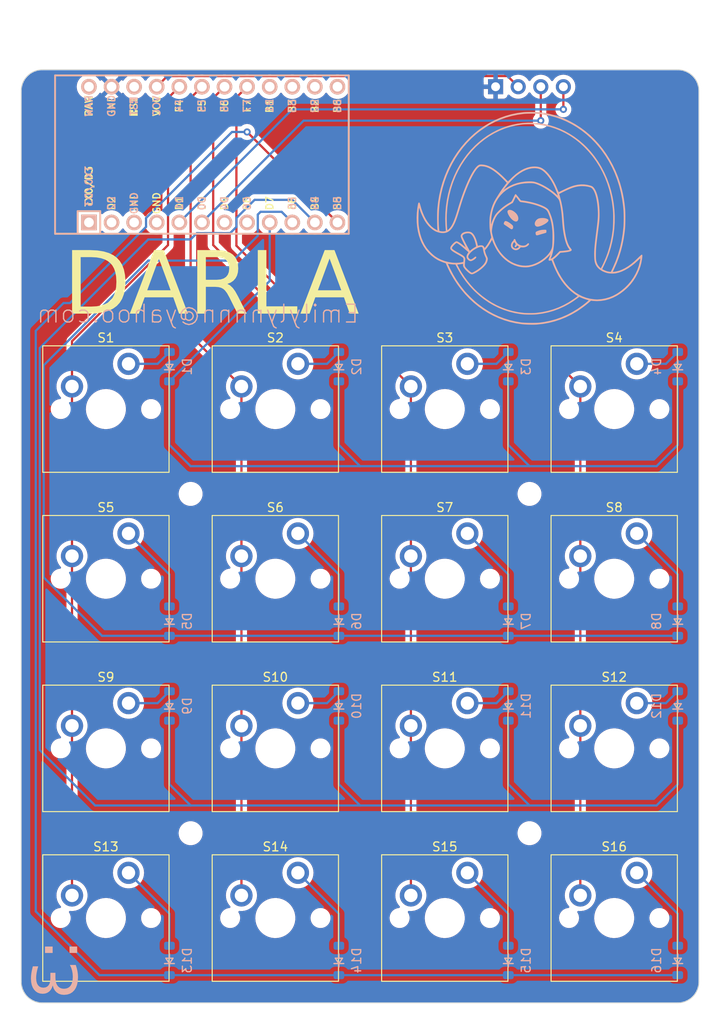
<source format=kicad_pcb>
(kicad_pcb (version 20221018) (generator pcbnew)
  (layers (0 "F.Cu" signal) (31 "B.Cu" signal) (34 "B.Paste" user) (35 "F.Paste" user) (36 "B.SilkS" user "B.Silkscreen") (37 "F.SilkS" user "F.Silkscreen") (38 "B.Mask" user) (39 "F.Mask" user) (44 "Edge.Cuts" user))
  (net 0 "")
  (net 1 "Row 0")
  (net 2 "Net-(D1-A)")
  (net 3 "Net-(D2-A)")
  (net 4 "Net-(D3-A)")
  (net 5 "Net-(D4-A)")
  (net 6 "Row 1")
  (net 7 "Net-(D5-A)")
  (net 8 "Net-(D6-A)")
  (net 9 "Net-(D7-A)")
  (net 10 "Net-(D8-A)")
  (net 11 "Row 2")
  (net 12 "Net-(D9-A)")
  (net 13 "Net-(D10-A)")
  (net 14 "Net-(D11-A)")
  (net 15 "Net-(D12-A)")
  (net 16 "Row 3")
  (net 17 "Net-(D13-A)")
  (net 18 "Net-(D14-A)")
  (net 19 "Net-(D15-A)")
  (net 20 "Net-(D16-A)")
  (net 21 "Column 0")
  (net 22 "Column 1")
  (net 23 "Column 2")
  (net 24 "Column 3")
  (net 33 "GND")
  (net 34 "VCC")
  (net 35 "SCL")
  (net 36 "SDA")
  (footprint "ScottoKeebs_MX:MX_PCB_1.00u" (layer "F.Cu") (at 137.45 69.35)
    (fp_text reference "S3" (at 0 -8) (layer "F.SilkS"))
    (fp_text value "Keyswitch")
    (pad "" np_thru_hole circle (at -5.08 0) (size 1.75 1.75) (drill 1.75) (layers "*.Cu" "*.Mask"))
    (pad "" np_thru_hole circle (at 0 0) (size 4 4) (drill 4) (layers "*.Cu" "*.Mask"))
    (pad "" np_thru_hole circle (at 5.08 0) (size 1.75 1.75) (drill 1.75) (layers "*.Cu" "*.Mask"))
    (pad "1" thru_hole circle (at -3.81 -2.54) (size 2.5 2.5) (drill 1.5) (layers "*.Cu" "*.Mask") (net 23 "Column 2"))
    (pad "2" thru_hole circle (at 2.54 -5.08) (size 2.5 2.5) (drill 1.5) (layers "*.Cu" "*.Mask") (net 4 "Net-(D3-A)"))
  )
  (footprint "ScottoKeebs_MX:MX_PCB_1.00u" (layer "F.Cu") (at 156.5 107.45)
    (fp_text reference "S12" (at 0 -8) (layer "F.SilkS"))
    (fp_text value "Keyswitch")
    (pad "" np_thru_hole circle (at -5.08 0) (size 1.75 1.75) (drill 1.75) (layers "*.Cu" "*.Mask"))
    (pad "" np_thru_hole circle (at 0 0) (size 4 4) (drill 4) (layers "*.Cu" "*.Mask"))
    (pad "" np_thru_hole circle (at 5.08 0) (size 1.75 1.75) (drill 1.75) (layers "*.Cu" "*.Mask"))
    (pad "1" thru_hole circle (at -3.81 -2.54) (size 2.5 2.5) (drill 1.5) (layers "*.Cu" "*.Mask") (net 24 "Column 3"))
    (pad "2" thru_hole circle (at 2.54 -5.08) (size 2.5 2.5) (drill 1.5) (layers "*.Cu" "*.Mask") (net 15 "Net-(D12-A)"))
  )
  (footprint "ScottoKeebs_MX:MX_PCB_1.00u" (layer "F.Cu") (at 99.35 107.45)
    (fp_text reference "S9" (at 0 -8) (layer "F.SilkS"))
    (fp_text value "Keyswitch")
    (pad "" np_thru_hole circle (at -5.08 0) (size 1.75 1.75) (drill 1.75) (layers "*.Cu" "*.Mask"))
    (pad "" np_thru_hole circle (at 0 0) (size 4 4) (drill 4) (layers "*.Cu" "*.Mask"))
    (pad "" np_thru_hole circle (at 5.08 0) (size 1.75 1.75) (drill 1.75) (layers "*.Cu" "*.Mask"))
    (pad "1" thru_hole circle (at -3.81 -2.54) (size 2.5 2.5) (drill 1.5) (layers "*.Cu" "*.Mask") (net 21 "Column 0"))
    (pad "2" thru_hole circle (at 2.54 -5.08) (size 2.5 2.5) (drill 1.5) (layers "*.Cu" "*.Mask") (net 12 "Net-(D9-A)"))
  )
  (footprint "MountingHole:MountingHole_2.2mm_M2" (layer "F.Cu") (at 146.975 116.975)
    (fp_text reference "REF**" hide)
    (fp_text value "MountingHole_2.2mm_M2")
    (pad "" np_thru_hole circle (at 0 0) (size 2.2 2.2) (drill 2.2) (layers "F&B.Cu" "*.Mask"))
  )
  (footprint "ScottoKeebs_MX:MX_PCB_1.00u" (layer "F.Cu") (at 156.5 126.5)
    (fp_text reference "S16" (at 0 -8) (layer "F.SilkS"))
    (fp_text value "Keyswitch")
    (pad "" np_thru_hole circle (at -5.08 0) (size 1.75 1.75) (drill 1.75) (layers "*.Cu" "*.Mask"))
    (pad "" np_thru_hole circle (at 0 0) (size 4 4) (drill 4) (layers "*.Cu" "*.Mask"))
    (pad "" np_thru_hole circle (at 5.08 0) (size 1.75 1.75) (drill 1.75) (layers "*.Cu" "*.Mask"))
    (pad "1" thru_hole circle (at -3.81 -2.54) (size 2.5 2.5) (drill 1.5) (layers "*.Cu" "*.Mask") (net 24 "Column 3"))
    (pad "2" thru_hole circle (at 2.54 -5.08) (size 2.5 2.5) (drill 1.5) (layers "*.Cu" "*.Mask") (net 20 "Net-(D16-A)"))
  )
  (footprint "ScottoKeebs_MX:MX_PCB_1.00u" (layer "F.Cu") (at 137.45 88.4)
    (fp_text reference "S7" (at 0 -8) (layer "F.SilkS"))
    (fp_text value "Keyswitch")
    (pad "" np_thru_hole circle (at -5.08 0) (size 1.75 1.75) (drill 1.75) (layers "*.Cu" "*.Mask"))
    (pad "" np_thru_hole circle (at 0 0) (size 4 4) (drill 4) (layers "*.Cu" "*.Mask"))
    (pad "" np_thru_hole circle (at 5.08 0) (size 1.75 1.75) (drill 1.75) (layers "*.Cu" "*.Mask"))
    (pad "1" thru_hole circle (at -3.81 -2.54) (size 2.5 2.5) (drill 1.5) (layers "*.Cu" "*.Mask") (net 23 "Column 2"))
    (pad "2" thru_hole circle (at 2.54 -5.08) (size 2.5 2.5) (drill 1.5) (layers "*.Cu" "*.Mask") (net 9 "Net-(D7-A)"))
  )
  (footprint "ScottoKeebs_MX:MX_PCB_1.00u" (layer "F.Cu") (at 118.4 69.35)
    (fp_text reference "S2" (at 0 -8) (layer "F.SilkS"))
    (fp_text value "Keyswitch")
    (pad "" np_thru_hole circle (at -5.08 0) (size 1.75 1.75) (drill 1.75) (layers "*.Cu" "*.Mask"))
    (pad "" np_thru_hole circle (at 0 0) (size 4 4) (drill 4) (layers "*.Cu" "*.Mask"))
    (pad "" np_thru_hole circle (at 5.08 0) (size 1.75 1.75) (drill 1.75) (layers "*.Cu" "*.Mask"))
    (pad "1" thru_hole circle (at -3.81 -2.54) (size 2.5 2.5) (drill 1.5) (layers "*.Cu" "*.Mask") (net 22 "Column 1"))
    (pad "2" thru_hole circle (at 2.54 -5.08) (size 2.5 2.5) (drill 1.5) (layers "*.Cu" "*.Mask") (net 3 "Net-(D2-A)"))
  )
  (footprint "ScottoKeebs_MX:MX_PCB_1.00u" (layer "F.Cu") (at 137.45 126.5)
    (fp_text reference "S15" (at 0 -8) (layer "F.SilkS"))
    (fp_text value "Keyswitch")
    (pad "" np_thru_hole circle (at -5.08 0) (size 1.75 1.75) (drill 1.75) (layers "*.Cu" "*.Mask"))
    (pad "" np_thru_hole circle (at 0 0) (size 4 4) (drill 4) (layers "*.Cu" "*.Mask"))
    (pad "" np_thru_hole circle (at 5.08 0) (size 1.75 1.75) (drill 1.75) (layers "*.Cu" "*.Mask"))
    (pad "1" thru_hole circle (at -3.81 -2.54) (size 2.5 2.5) (drill 1.5) (layers "*.Cu" "*.Mask") (net 23 "Column 2"))
    (pad "2" thru_hole circle (at 2.54 -5.08) (size 2.5 2.5) (drill 1.5) (layers "*.Cu" "*.Mask") (net 19 "Net-(D15-A)"))
  )
  (footprint "MountingHole:MountingHole_2.2mm_M2" (layer "F.Cu") (at 108.875 78.875)
    (fp_text reference "REF**" hide)
    (fp_text value "MountingHole_2.2mm_M2")
    (pad "" np_thru_hole circle (at 0 0) (size 2.2 2.2) (drill 2.2) (layers "*.Cu" "*.Mask"))
  )
  (footprint "ScottoKeebs_MX:MX_PCB_1.00u" (layer "F.Cu") (at 118.4 126.5)
    (fp_text reference "S14" (at 0 -8) (layer "F.SilkS"))
    (fp_text value "Keyswitch")
    (pad "" np_thru_hole circle (at -5.08 0) (size 1.75 1.75) (drill 1.75) (layers "*.Cu" "*.Mask"))
    (pad "" np_thru_hole circle (at 0 0) (size 4 4) (drill 4) (layers "*.Cu" "*.Mask"))
    (pad "" np_thru_hole circle (at 5.08 0) (size 1.75 1.75) (drill 1.75) (layers "*.Cu" "*.Mask"))
    (pad "1" thru_hole circle (at -3.81 -2.54) (size 2.5 2.5) (drill 1.5) (layers "*.Cu" "*.Mask") (net 22 "Column 1"))
    (pad "2" thru_hole circle (at 2.54 -5.08) (size 2.5 2.5) (drill 1.5) (layers "*.Cu" "*.Mask") (net 18 "Net-(D14-A)"))
  )
  (footprint "ScottoKeebs_MCU:Arduino_Pro_Micro" (layer "F.Cu") (at 111.415 40.775 90)
    (fp_text reference "U1" hide)
    (fp_text value "Arduino_Pro_Micro" hide)
    (fp_text user "D0" (at -5.461 -1.27 90) (layer "B.SilkS") (effects (font (size 0.8 0.8)) (justify mirror)))
    (fp_text user "B2" (at 5.461 11.43 90) (layer "B.SilkS") (effects (font (size 0.8 0.8)) (justify mirror)))
    (fp_text user "RAW" (at 5.461 -13.97 90) (layer "B.SilkS") (effects (font (size 0.8 0.8)) (justify mirror)))
    (fp_text user "B3" (at 5.461 8.89 90) (layer "B.SilkS") (effects (font (size 0.8 0.8)) (justify mirror)))
    (fp_text user "F4" (at 5.461 -3.81 90) (layer "B.SilkS") (effects (font (size 0.8 0.8)) (justify mirror)))
    (fp_text user "GND" (at 5.461 -11.43 90) (layer "B.SilkS") (effects (font (size 0.8 0.8)) (justify mirror)))
    (fp_text user "F6" (at 5.461 1.27 90) (layer "B.SilkS") (effects (font (size 0.8 0.8)) (justify mirror)))
    (fp_text user "D2" (at -5.461 -11.43 90) (layer "B.SilkS") (effects (font (size 0.8 0.8)) (justify mirror)))
    (fp_text user "D1" (at -5.461 -3.81 90) (layer "B.SilkS") (effects (font (size 0.8 0.8)) (justify mirror)))
    (fp_text user "F5" (at 5.461 -1.27 90) (layer "B.SilkS") (effects (font (size 0.8 0.8)) (justify mirror)))
    (fp_text user "VCC" (at 5.461 -6.35 90) (layer "B.SilkS") (effects (font (size 0.8 0.8)) (justify mirror)))
    (fp_text user "B5" (at -5.461 13.97 90) (layer "B.SilkS") (effects (font (size 0.8 0.8)) (justify mirror)))
    (fp_text user "E6" (at -5.461 8.89 90) (layer "B.SilkS") (effects (font (size 0.8 0.8)) (justify mirror)))
    (fp_text user "B1" (at 5.461 6.35 90) (layer "B.SilkS") (effects (font (size 0.8 0.8)) (justify mirror)))
    (fp_text user "B4" (at -5.461 11.43 90) (layer "B.SilkS") (effects (font (size 0.8 0.8)) (justify mirror)))
    (fp_text user "TX0/D3" (at -3.571872 -13.97 90) (layer "B.SilkS") (effects (font (size 0.8 0.8)) (justify mirror)))
    (fp_text user "F7" (at 5.461 3.81 90) (layer "B.SilkS") (effects (font (size 0.8 0.8)) (justify mirror)))
    (fp_text user "B6" (at 5.461 13.97 90) (layer "B.SilkS") (effects (font (size 0.8 0.8)) (justify mirror)))
    (fp_text user "GND" (at -5.461 -8.89 90) (layer "B.SilkS") (effects (font (size 0.8 0.8)) (justify mirror)))
    (fp_text user "ST" (at 5.04 -8.91 90) (layer "B.SilkS") (effects (font (size 0.8 0.8)) (justify mirror)))
    (fp_text user "C6" (at -5.461 3.81 90) (layer "B.SilkS") (effects (font (size 0.8 0.8)) (justify mirror)))
    (fp_text user "D4" (at -5.461 1.27 90) (layer "B.SilkS") (effects (font (size 0.8 0.8)) (justify mirror)))
    (fp_text user "D1" (at -5.461 -3.81 90) (layer "F.SilkS") (effects (font (size 0.8 0.8))))
    (fp_text user "D0" (at -5.461 -1.27 90) (layer "F.SilkS") (effects (font (size 0.8 0.8))))
    (fp_text user "B5" (at -5.461 13.97 90) (layer "F.SilkS") (effects (font (size 0.8 0.8))))
    (fp_text user "C6" (at -5.461 3.81 90) (layer "F.SilkS") (effects (font (size 0.8 0.8))))
    (fp_text user "B4" (at -5.461 11.43 90) (layer "F.SilkS") (effects (font (size 0.8 0.8))))
    (fp_text user "B3" (at 5.461 8.89 90) (layer "F.SilkS") (effects (font (size 0.8 0.8))))
    (fp_text user "B6" (at 5.461 13.97 90) (layer "F.SilkS") (effects (font (size 0.8 0.8))))
    (fp_text user "GND" (at -5.461 -8.89 90) (layer "F.SilkS") (effects (font (size 0.8 0.8))))
    (fp_text user "F4" (at 5.461 -3.81 90) (layer "F.SilkS") (effects (font (size 0.8 0.8))))
    (fp_text user "D7" (at -5.461 6.35 90) (layer "F.SilkS") (effects (font (size 0.8 0.8))))
    (fp_text user "D2" (at -5.461 -11.43 90) (layer "F.SilkS") (effects (font (size 0.8 0.8))))
    (fp_text user "TX0/D3" (at -3.571872 -13.97 90) (layer "F.SilkS") (effects (font (size 0.8 0.8))))
    (fp_text user "RAW" (at 5.461 -13.97 90) (layer "F.SilkS") (effects (font (size 0.8 0.8))))
    (fp_text user "F6" (at 5.461 1.27 90) (layer "F.SilkS") (effects (font (size 0.8 0.8))))
    (fp_text user "VCC" (at 5.461 -6.35 90) (layer "F.SilkS") (effects (font (size 0.8 0.8))))
    (fp_text user "F7" (at 5.461 3.81 90) (layer "F.SilkS") (effects (font (size 0.8 0.8))))
    (fp_text user "E6" (at -5.461 8.89 90) (layer "F.SilkS") (effects (font (size 0.8 0.8))))
    (fp_text user "B1" (at 5.461 6.35 90) (layer "F.SilkS") (effects (font (size 0.8 0.8))))
    (fp_text user "F5" (at 5.461 -1.27 90) (layer "F.SilkS") (effects (font (size 0.8 0.8))))
    (fp_text user "B2" (at 5.461 11.43 90) (layer "F.SilkS") (effects (font (size 0.8 0.8))))
    (fp_text user "D4" (at -5.461 1.27 90) (layer "F.SilkS") (effects (font (size 0.8 0.8))))
    (fp_text user "ST" (at 5.73312 -8.92 90) (layer "F.SilkS") (effects (font (size 0.8 0.8))))
    (fp_text user "GND" (at -5.461 -6.35 90) (layer "F.SilkS") (effects (font (size 0.8 0.8))))
    (fp_text user "GND" (at 5.461 -11.43 90) (layer "F.SilkS") (effects (font (size 0.8 0.8))))
    (pad "1" thru_hole rect (at -7.62 -13.97) (size 1.7526 1.7526) (drill 1.0922) (layers "*.Cu" "*.SilkS" "*.Mask"))
    (pad "2" thru_hole circle (at -7.62 -11.43) (size 1.7526 1.7526) (drill 1.0922) (layers "*.Cu" "*.SilkS" "*.Mask"))
    (pad "3" thru_hole circle (at -7.62 -8.89) (size 1.7526 1.7526) (drill 1.0922) (layers "*.Cu" "*.SilkS" "*.Mask"))
    (pad "4" thru_hole circle (at -7.62 -6.35) (size 1.7526 1.7526) (drill 1.0922) (layers "*.Cu" "*.SilkS" "*.Mask"))
    (pad "5" thru_hole circle (at -7.62 -3.81) (size 1.7526 1.7526) (drill 1.0922) (layers "*.Cu" "*.SilkS" "*.Mask") (net 36 "SDA"))
    (pad "6" thru_hole circle (at -7.62 -1.27) (size 1.7526 1.7526) (drill 1.0922) (layers "*.Cu" "*.SilkS" "*.Mask") (net 35 "SCL"))
    (pad "7" thru_hole circle (at -7.62 1.27) (size 1.7526 1.7526) (drill 1.0922) (layers "*.Cu" "*.SilkS" "*.Mask"))
    (pad "8" thru_hole circle (at -7.62 3.81) (size 1.7526 1.7526) (drill 1.0922) (layers "*.Cu" "*.SilkS" "*.Mask"))
    (pad "9" thru_hole circle (at -7.62 6.35) (size 1.7526 1.7526) (drill 1.0922) (layers "*.Cu" "*.SilkS" "*.Mask") (net 1 "Row 0"))
    (pad "10" thru_hole circle (at -7.62 8.89) (size 1.7526 1.7526) (drill 1.0922) (layers "*.Cu" "*.SilkS" "*.Mask") (net 6 "Row 1"))
    (pad "11" thru_hole circle (at -7.62 11.43) (size 1.7526 1.7526) (drill 1.0922) (layers "*.Cu" "*.SilkS" "*.Mask") (net 11 "Row 2"))
    (pad "12" thru_hole circle (at -7.62 13.97) (size 1.7526 1.7526) (drill 1.0922) (layers "*.Cu" "*.SilkS" "*.Mask") (net 16 "Row 3"))
    (pad "13" thru_hole circle (at 7.62 13.97) (size 1.7526 1.7526) (drill 1.0922) (layers "*.Cu" "*.SilkS" "*.Mask"))
    (pad "14" thru_hole circle (at 7.62 11.43) (size 1.7526 1.7526) (drill 1.0922) (layers "*.Cu" "*.SilkS" "*.Mask"))
    (pad "15" thru_hole circle (at 7.62 8.89) (size 1.7526 1.7526) (drill 1.0922) (layers "*.Cu" "*.SilkS" "*.Mask"))
    (pad "16" thru_hole circle (at 7.62 6.35) (size 1.7526 1.7526) (drill 1.0922) (layers "*.Cu" "*.SilkS" "*.Mask"))
    (pad "17" thru_hole circle (at 7.62 3.81) (size 1.7526 1.7526) (drill 1.0922) (layers "*.Cu" "*.SilkS" "*.Mask") (net 24 "Column 3"))
    (pad "18" thru_hole circle (at 7.62 1.27) (size 1.7526 1.7526) (drill 1.0922) (layers "*.Cu" "*.SilkS" "*.Mask") (net 23 "Column 2"))
    (pad "19" thru_hole circle (at 7.62 -1.27) (size 1.7526 1.7526) (drill 1.0922) (layers "*.Cu" "*.SilkS" "*.Mask") (net 22 "Column 1"))
    (pad "20" thru_hole circle (at 7.62 -3.81) (size 1.7526 1.7526) (drill 1.0922) (layers "*.Cu" "*.SilkS" "*.Mask") (net 21 "Column 0"))
    (pad "21" thru_hole circle (at 7.62 -6.35) (size 1.7526 1.7526) (drill 1.0922) (layers "*.Cu" "*.SilkS" "*.Mask") (net 34 "VCC"))
    (pad "22" thru_hole circle (at 7.62 -8.89) (size 1.7526 1.7526) (drill 1.0922) (layers "*.Cu" "*.SilkS" "*.Mask"))
    (pad "23" thru_hole circle (at 7.62 -11.43) (size 1.7526 1.7526) (drill 1.0922) (layers "*.Cu" "*.SilkS" "*.Mask") (net 33 "GND"))
    (pad "24" thru_hole circle (at 7.62 -13.97) (size 1.7526 1.7526) (drill 1.0922) (layers "*.Cu" "*.SilkS" "*.Mask"))
  )
  (footprint "ScottoKeebs_MX:MX_PCB_1.00u" (layer "F.Cu") (at 137.45 107.45)
    (fp_text reference "S11" (at 0 -8) (layer "F.SilkS"))
    (fp_text value "Keyswitch")
    (pad "" np_thru_hole circle (at -5.08 0) (size 1.75 1.75) (drill 1.75) (layers "*.Cu" "*.Mask"))
    (pad "" np_thru_hole circle (at 0 0) (size 4 4) (drill 4) (layers "*.Cu" "*.Mask"))
    (pad "" np_thru_hole circle (at 5.08 0) (size 1.75 1.75) (drill 1.75) (layers "*.Cu" "*.Mask"))
    (pad "1" thru_hole circle (at -3.81 -2.54) (size 2.5 2.5) (drill 1.5) (layers "*.Cu" "*.Mask") (net 23 "Column 2"))
    (pad "2" thru_hole circle (at 2.54 -5.08) (size 2.5 2.5) (drill 1.5) (layers "*.Cu" "*.Mask") (net 14 "Net-(D11-A)"))
  )
  (footprint "MountingHole:MountingHole_2.2mm_M2" (layer "F.Cu") (at 108.875 116.975)
    (fp_text reference "REF**" hide)
    (fp_text value "MountingHole_2.2mm_M2")
    (pad "" np_thru_hole circle (at 0 0) (size 2.2 2.2) (drill 2.2) (layers "*.Cu" "*.Mask"))
  )
  (footprint "ScottoKeebs_MX:MX_PCB_1.00u" (layer "F.Cu") (at 99.35 126.5)
    (fp_text reference "S13" (at 0 -8) (layer "F.SilkS"))
    (fp_text value "Keyswitch")
    (pad "" np_thru_hole circle (at -5.08 0) (size 1.75 1.75) (drill 1.75) (layers "*.Cu" "*.Mask"))
    (pad "" np_thru_hole circle (at 0 0) (size 4 4) (drill 4) (layers "*.Cu" "*.Mask"))
    (pad "" np_thru_hole circle (at 5.08 0) (size 1.75 1.75) (drill 1.75) (layers "*.Cu" "*.Mask"))
    (pad "1" thru_hole circle (at -3.81 -2.54) (size 2.5 2.5) (drill 1.5) (layers "*.Cu" "*.Mask") (net 21 "Column 0"))
    (pad "2" thru_hole circle (at 2.54 -5.08) (size 2.5 2.5) (drill 1.5) (layers "*.Cu" "*.Mask") (net 17 "Net-(D13-A)"))
  )
  (footprint "ScottoKeebs_Components:OLED_128x64" (layer "F.Cu") (at 146.975 33.155)
    (fp_text reference "J1" hide)
    (fp_text value "OLED_128x64")
    (pad "1" thru_hole rect (at -3.81 0 90) (size 1.7 1.7) (drill 1) (layers "*.Cu" "*.Mask") (net 33 "GND"))
    (pad "2" thru_hole oval (at -1.27 0 90) (size 1.7 1.7) (drill 1) (layers "*.Cu" "*.Mask") (net 34 "VCC"))
    (pad "3" thru_hole oval (at 1.27 0 90) (size 1.7 1.7) (drill 1) (layers "*.Cu" "*.Mask") (net 35 "SCL"))
    (pad "4" thru_hole oval (at 3.81 0 90) (size 1.7 1.7) (drill 1) (layers "*.Cu" "*.Mask") (net 36 "SDA"))
  )
  (footprint "ScottoKeebs_MX:MX_PCB_1.00u" (layer "F.Cu") (at 156.5 69.35)
    (fp_text reference "S4" (at 0 -8) (layer "F.SilkS"))
    (fp_text value "Keyswitch")
    (pad "" np_thru_hole circle (at -5.08 0) (size 1.75 1.75) (drill 1.75) (layers "*.Cu" "*.Mask"))
    (pad "" np_thru_hole circle (at 0 0) (size 4 4) (drill 4) (layers "*.Cu" "*.Mask"))
    (pad "" np_thru_hole circle (at 5.08 0) (size 1.75 1.75) (drill 1.75) (layers "*.Cu" "*.Mask"))
    (pad "1" thru_hole circle (at -3.81 -2.54) (size 2.5 2.5) (drill 1.5) (layers "*.Cu" "*.Mask") (net 24 "Column 3"))
    (pad "2" thru_hole circle (at 2.54 -5.08) (size 2.5 2.5) (drill 1.5) (layers "*.Cu" "*.Mask") (net 5 "Net-(D4-A)"))
  )
  (footprint "ScottoKeebs_MX:MX_PCB_1.00u" (layer "F.Cu") (at 99.35 88.4)
    (fp_text reference "S5" (at 0 -8) (layer "F.SilkS"))
    (fp_text value "Keyswitch")
    (pad "" np_thru_hole circle (at -5.08 0) (size 1.75 1.75) (drill 1.75) (layers "*.Cu" "*.Mask"))
    (pad "" np_thru_hole circle (at 0 0) (size 4 4) (drill 4) (layers "*.Cu" "*.Mask"))
    (pad "" np_thru_hole circle (at 5.08 0) (size 1.75 1.75) (drill 1.75) (layers "*.Cu" "*.Mask"))
    (pad "1" thru_hole circle (at -3.81 -2.54) (size 2.5 2.5) (drill 1.5) (layers "*.Cu" "*.Mask") (net 21 "Column 0"))
    (pad "2" thru_hole circle (at 2.54 -5.08) (size 2.5 2.5) (drill 1.5) (layers "*.Cu" "*.Mask") (net 7 "Net-(D5-A)"))
  )
  (footprint "ScottoKeebs_MX:MX_PCB_1.00u" (layer "F.Cu") (at 118.4 88.4)
    (fp_text reference "S6" (at 0 -8) (layer "F.SilkS"))
    (fp_text value "Keyswitch")
    (pad "" np_thru_hole circle (at -5.08 0) (size 1.75 1.75) (drill 1.75) (layers "*.Cu" "*.Mask"))
    (pad "" np_thru_hole circle (at 0 0) (size 4 4) (drill 4) (layers "*.Cu" "*.Mask"))
    (pad "" np_thru_hole circle (at 5.08 0) (size 1.75 1.75) (drill 1.75) (layers "*.Cu" "*.Mask"))
    (pad "1" thru_hole circle (at -3.81 -2.54) (size 2.5 2.5) (drill 1.5) (layers "*.Cu" "*.Mask") (net 22 "Column 1"))
    (pad "2" thru_hole circle (at 2.54 -5.08) (size 2.5 2.5) (drill 1.5) (layers "*.Cu" "*.Mask") (net 8 "Net-(D6-A)"))
  )
  (footprint "ScottoKeebs_MX:MX_PCB_1.00u" (layer "F.Cu") (at 156.5 88.4)
    (fp_text reference "S8" (at 0 -8) (layer "F.SilkS"))
    (fp_text value "Keyswitch")
    (pad "" np_thru_hole circle (at -5.08 0) (size 1.75 1.75) (drill 1.75) (layers "*.Cu" "*.Mask"))
    (pad "" np_thru_hole circle (at 0 0) (size 4 4) (drill 4) (layers "*.Cu" "*.Mask"))
    (pad "" np_thru_hole circle (at 5.08 0) (size 1.75 1.75) (drill 1.75) (layers "*.Cu" "*.Mask"))
    (pad "1" thru_hole circle (at -3.81 -2.54) (size 2.5 2.5) (drill 1.5) (layers "*.Cu" "*.Mask") (net 24 "Column 3"))
    (pad "2" thru_hole circle (at 2.54 -5.08) (size 2.5 2.5) (drill 1.5) (layers "*.Cu" "*.Mask") (net 10 "Net-(D8-A)"))
  )
  (footprint "ScottoKeebs_MX:MX_PCB_1.00u" (layer "F.Cu") (at 118.4 107.45)
    (fp_text reference "S10" (at 0 -8) (layer "F.SilkS"))
    (fp_text value "Keyswitch")
    (pad "" np_thru_hole circle (at -5.08 0) (size 1.75 1.75) (drill 1.75) (layers "*.Cu" "*.Mask"))
    (pad "" np_thru_hole circle (at 0 0) (size 4 4) (drill 4) (layers "*.Cu" "*.Mask"))
    (pad "" np_thru_hole circle (at 5.08 0) (size 1.75 1.75) (drill 1.75) (layers "*.Cu" "*.Mask"))
    (pad "1" thru_hole circle (at -3.81 -2.54) (size 2.5 2.5) (drill 1.5) (layers "*.Cu" "*.Mask") (net 22 "Column 1"))
    (pad "2" thru_hole circle (at 2.54 -5.08) (size 2.5 2.5) (drill 1.5) (layers "*.Cu" "*.Mask") (net 13 "Net-(D10-A)"))
  )
  (footprint "ScottoKeebs_MX:MX_PCB_1.00u" (layer "F.Cu") (at 99.35 69.35)
    (fp_text reference "S1" (at 0 -8) (layer "F.SilkS"))
    (fp_text value "Keyswitch")
    (pad "" np_thru_hole circle (at -5.08 0) (size 1.75 1.75) (drill 1.75) (layers "*.Cu" "*.Mask"))
    (pad "" np_thru_hole circle (at 0 0) (size 4 4) (drill 4) (layers "*.Cu" "*.Mask"))
    (pad "" np_thru_hole circle (at 5.08 0) (size 1.75 1.75) (drill 1.75) (layers "*.Cu" "*.Mask"))
    (pad "1" thru_hole circle (at -3.81 -2.54) (size 2.5 2.5) (drill 1.5) (layers "*.Cu" "*.Mask") (net 21 "Column 0"))
    (pad "2" thru_hole circle (at 2.54 -5.08) (size 2.5 2.5) (drill 1.5) (layers "*.Cu" "*.Mask") (net 2 "Net-(D1-A)"))
  )
  (footprint "MountingHole:MountingHole_2.2mm_M2" (layer "F.Cu") (at 146.975 78.875)
    (fp_text reference "REF**" hide)
    (fp_text value "MountingHole_2.2mm_M2")
    (pad "" np_thru_hole circle (at 0 0) (size 2.2 2.2) (drill 2.2) (layers "*.Cu" "*.Mask"))
  )
  (footprint "ScottoKeebs_Components:Diode_SOD-123" (layer "B.Cu") (at 163.64375 93.1625 90)
    (fp_text reference "D8" (at 0 -2.38125 90) (layer "B.SilkS") (effects (justify mirror)))
    (fp_text value "Diode")
    (pad "1" smd roundrect (at -1.65 0 90) (size 0.9 1.2) (layers "B.Cu" "B.Paste" "B.Mask") (net 6 "Row 1"))
    (pad "2" smd roundrect (at 1.65 0 90) (size 0.9 1.2) (layers "B.Cu" "B.Paste" "B.Mask") (net 10 "Net-(D8-A)"))
  )
  (footprint "ScottoKeebs_Components:Diode_SOD-123" (layer "B.Cu") (at 163.64375 102.6875 90)
    (fp_text reference "D12" (at 0 -2.38125 90) (layer "B.SilkS") (effects (justify mirror)))
    (fp_text value "Diode")
    (pad "1" smd roundrect (at -1.65 0 90) (size 0.9 1.2) (layers "B.Cu" "B.Paste" "B.Mask") (net 11 "Row 2"))
    (pad "2" smd roundrect (at 1.65 0 90) (size 0.9 1.2) (layers "B.Cu" "B.Paste" "B.Mask") (net 15 "Net-(D12-A)"))
  )
  (footprint "ScottoKeebs_Components:Diode_SOD-123" (layer "B.Cu") (at 144.59375 64.5875 90)
    (fp_text reference "D3" (at 0 2 90) (layer "B.SilkS") (effects (justify mirror)))
    (fp_text value "Diode")
    (pad "1" smd roundrect (at -1.65 0 90) (size 0.9 1.2) (layers "B.Cu" "B.Paste" "B.Mask") (net 1 "Row 0"))
    (pad "2" smd roundrect (at 1.65 0 90) (size 0.9 1.2) (layers "B.Cu" "B.Paste" "B.Mask") (net 4 "Net-(D3-A)"))
  )
  (footprint "ScottoKeebs_Components:Diode_SOD-123" (layer "B.Cu") (at 144.59375 102.6875 90)
    (fp_text reference "D11" (at 0 2 90) (layer "B.SilkS") (effects (justify mirror)))
    (fp_text value "Diode")
    (pad "1" smd roundrect (at -1.65 0 90) (size 0.9 1.2) (layers "B.Cu" "B.Paste" "B.Mask") (net 11 "Row 2"))
    (pad "2" smd roundrect (at 1.65 0 90) (size 0.9 1.2) (layers "B.Cu" "B.Paste" "B.Mask") (net 14 "Net-(D11-A)"))
  )
  (footprint "ScottoKeebs_Components:Diode_SOD-123" (layer "B.Cu") (at 106.49375 93.1625 90)
    (fp_text reference "D5" (at 0 2 90) (layer "B.SilkS") (effects (justify mirror)))
    (fp_text value "Diode")
    (pad "1" smd roundrect (at -1.65 0 90) (size 0.9 1.2) (layers "B.Cu" "B.Paste" "B.Mask") (net 6 "Row 1"))
    (pad "2" smd roundrect (at 1.65 0 90) (size 0.9 1.2) (layers "B.Cu" "B.Paste" "B.Mask") (net 7 "Net-(D5-A)"))
  )
  (footprint "ScottoKeebs_Components:Diode_SOD-123" (layer "B.Cu") (at 144.59375 131.2625 90)
    (fp_text reference "D15" (at 0 2 90) (layer "B.SilkS") (effects (justify mirror)))
    (fp_text value "Diode")
    (pad "1" smd roundrect (at -1.65 0 90) (size 0.9 1.2) (layers "B.Cu" "B.Paste" "B.Mask") (net 16 "Row 3"))
    (pad "2" smd roundrect (at 1.65 0 90) (size 0.9 1.2) (layers "B.Cu" "B.Paste" "B.Mask") (net 19 "Net-(D15-A)"))
  )
  (footprint "ScottoKeebs_Components:Diode_SOD-123" (layer "B.Cu") (at 163.64375 131.2625 90)
    (fp_text reference "D16" (at 0 -2.38125 90) (layer "B.SilkS") (effects (justify mirror)))
    (fp_text value "Diode")
    (pad "1" smd roundrect (at -1.65 0 90) (size 0.9 1.2) (layers "B.Cu" "B.Paste" "B.Mask") (net 16 "Row 3"))
    (pad "2" smd roundrect (at 1.65 0 90) (size 0.9 1.2) (layers "B.Cu" "B.Paste" "B.Mask") (net 20 "Net-(D16-A)"))
  )
  (footprint "ScottoKeebs_Components:Diode_SOD-123" (layer "B.Cu") (at 125.54375 131.2625 90)
    (fp_text reference "D14" (at 0 2 90) (layer "B.SilkS") (effects (justify mirror)))
    (fp_text value "Diode")
    (pad "1" smd roundrect (at -1.65 0 90) (size 0.9 1.2) (layers "B.Cu" "B.Paste" "B.Mask") (net 16 "Row 3"))
    (pad "2" smd roundrect (at 1.65 0 90) (size 0.9 1.2) (layers "B.Cu" "B.Paste" "B.Mask") (net 18 "Net-(D14-A)"))
  )
  (footprint "ScottoKeebs_Components:Diode_SOD-123" (layer "B.Cu") (at 125.54375 64.5875 90)
    (fp_text reference "D2" (at 0 2 90) (layer "B.SilkS") (effects (justify mirror)))
    (fp_text value "Diode")
    (pad "1" smd roundrect (at -1.65 0 90) (size 0.9 1.2) (layers "B.Cu" "B.Paste" "B.Mask") (net 1 "Row 0"))
    (pad "2" smd roundrect (at 1.65 0 90) (size 0.9 1.2) (layers "B.Cu" "B.Paste" "B.Mask") (net 3 "Net-(D2-A)"))
  )
  (footprint "ScottoKeebs_Components:Diode_SOD-123" (layer "B.Cu") (at 144.59375 93.1625 90)
    (fp_text reference "D7" (at 0 2 90) (layer "B.SilkS") (effects (justify mirror)))
    (fp_text value "Diode")
    (pad "1" smd roundrect (at -1.65 0 90) (size 0.9 1.2) (layers "B.Cu" "B.Paste" "B.Mask") (net 6 "Row 1"))
    (pad "2" smd roundrect (at 1.65 0 90) (size 0.9 1.2) (layers "B.Cu" "B.Paste" "B.Mask") (net 9 "Net-(D7-A)"))
  )
  (footprint "ScottoKeebs_Components:Diode_SOD-123" (layer "B.Cu") (at 125.54375 102.6875 90)
    (fp_text reference "D10" (at 0 2 90) (layer "B.SilkS") (effects (justify mirror)))
    (fp_text value "Diode")
    (pad "1" smd roundrect (at -1.65 0 90) (size 0.9 1.2) (layers "B.Cu" "B.Paste" "B.Mask") (net 11 "Row 2"))
    (pad "2" smd roundrect (at 1.65 0 90) (size 0.9 1.2) (layers "B.Cu" "B.Paste" "B.Mask") (net 13 "Net-(D10-A)"))
  )
  (footprint "ScottoKeebs_Components:Diode_SOD-123" (layer "B.Cu") (at 125.54375 93.1625 90)
    (fp_text reference "D6" (at 0 2 90) (layer "B.SilkS") (effects (justify mirror)))
    (fp_text value "Diode")
    (pad "1" smd roundrect (at -1.65 0 90) (size 0.9 1.2) (layers "B.Cu" "B.Paste" "B.Mask") (net 6 "Row 1"))
    (pad "2" smd roundrect (at 1.65 0 90) (size 0.9 1.2) (layers "B.Cu" "B.Paste" "B.Mask") (net 8 "Net-(D6-A)"))
  )
  (footprint "LOGO" (layer "B.Cu") (at 146.975 47.91875 180)
    (fp_text reference "G***" hide)
    (fp_text value "LOGO" hide)
  )
  (footprint "ScottoKeebs_Components:Diode_SOD-123" (layer "B.Cu") (at 106.49375 64.5875 90)
    (fp_text reference "D1" (at 0 2 90) (layer "B.SilkS") (effects (justify mirror)))
    (fp_text value "Diode")
    (pad "1" smd roundrect (at -1.65 0 90) (size 0.9 1.2) (layers "B.Cu" "B.Paste" "B.Mask") (net 1 "Row 0"))
    (pad "2" smd roundrect (at 1.65 0 90) (size 0.9 1.2) (layers "B.Cu" "B.Paste" "B.Mask") (net 2 "Net-(D1-A)"))
  )
  (footprint "ScottoKeebs_Components:Diode_SOD-123" (layer "B.Cu") (at 106.49375 102.6875 90)
    (fp_text reference "D9" (at 0 2 90) (layer "B.SilkS") (effects (justify mirror)))
    (fp_text value "Diode")
    (pad "1" smd roundrect (at -1.65 0 90) (size 0.9 1.2) (layers "B.Cu" "B.Paste" "B.Mask") (net 11 "Row 2"))
    (pad "2" smd roundrect (at 1.65 0 90) (size 0.9 1.2) (layers "B.Cu" "B.Paste" "B.Mask") (net 12 "Net-(D9-A)"))
  )
  (footprint "ScottoKeebs_Components:Diode_SOD-123" (layer "B.Cu") (at 163.64375 64.5875 90)
    (fp_text reference "D4" (at 0 -2.38125 90) (layer "B.SilkS") (effects (justify mirror)))
    (fp_text value "Diode")
    (pad "1" smd roundrect (at -1.65 0 90) (size 0.9 1.2) (layers "B.Cu" "B.Paste" "B.Mask") (net 1 "Row 0"))
    (pad "2" smd roundrect (at 1.65 0 90) (size 0.9 1.2) (layers "B.Cu" "B.Paste" "B.Mask") (net 5 "Net-(D4-A)"))
  )
  (footprint "ScottoKeebs_Components:Diode_SOD-123" (layer "B.Cu") (at 106.49375 131.2625 90)
    (fp_text reference "D13" (at 0 2 90) (layer "B.SilkS") (effects (justify mirror)))
    (fp_text value "Diode")
    (pad "1" smd roundrect (at -1.65 0 90) (size 0.9 1.2) (layers "B.Cu" "B.Paste" "B.Mask") (net 16 "Row 3"))
    (pad "2" smd roundrect (at 1.65 0 90) (size 0.9 1.2) (layers "B.Cu" "B.Paste" "B.Mask") (net 17 "Net-(D13-A)"))
  )
  (gr_arc (start 89.825 33.63125) (mid 90.522452 31.947452) (end 92.20625 31.25) (stroke (width 0.1)) (layer "Edge.Cuts"))
  (gr_line (start 166.025 33.63125) (end 166.025 133.64375) (stroke (width 0.1)) (layer "Edge.Cuts"))
  (gr_arc (start 163.64375 31.25) (mid 165.327548 31.947452) (end 166.025 33.63125) (stroke (width 0.1)) (layer "Edge.Cuts"))
  (gr_arc (start 92.20625 136.025) (mid 90.522452 135.327548) (end 89.825 133.64375) (stroke (width 0.1)) (layer "Edge.Cuts"))
  (gr_arc (start 166.025 133.64375) (mid 165.327548 135.327548) (end 163.64375 136.025) (stroke (width 0.1)) (layer "Edge.Cuts"))
  (gr_line (start 92.20625 31.25) (end 163.64375 31.25) (stroke (width 0.1)) (layer "Edge.Cuts"))
  (gr_line (start 163.64375 136.025) (end 92.20625 136.025) (stroke (width 0.1)) (layer "Edge.Cuts"))
  (gr_line (start 89.825 133.64375) (end 89.825 33.63125) (stroke (width 0.1)) (layer "Edge.Cuts"))
  (gr_text "Emilylynnnn@yahoo.com" (at 127.925 59.825) (layer "B.SilkS") (effects (font (size 2 2)) (justify left bottom mirror)))
  (gr_text ":3" (at 96.96875 128.88125 90) (layer "B.SilkS") (effects (font (size 5 5)) (justify left bottom mirror)))
  (gr_text "DARLA" (at 94.5875 59.825) (layer "F.SilkS") (effects (font (size 7 7)) (justify left bottom)))
  (segment (start 163.64375 66.2375) (end 163.64375 73.38125) (width 0.25) (layer "B.Cu") (net 1))
  (segment (start 127.925 75.7625) (end 146.975 75.7625) (width 0.25) (layer "B.Cu") (net 1))
  (segment (start 106.49375 73.38125) (end 108.875 75.7625) (width 0.25) (layer "B.Cu") (net 1))
  (segment (start 163.64375 73.38125) (end 161.2625 75.7625) (width 0.25) (layer "B.Cu") (net 1))
  (segment (start 144.59375 66.2375) (end 144.59375 73.38125) (width 0.25) (layer "B.Cu") (net 1))
  (segment (start 111.415 75.7625) (end 127.925 75.7625) (width 0.25) (layer "B.Cu") (net 1))
  (segment (start 146.975 75.7625) (end 161.2625 75.7625) (width 0.25) (layer "B.Cu") (net 1))
  (segment (start 106.49375 66.2375) (end 117.765 54.96625) (width 0.25) (layer "B.Cu") (net 1))
  (segment (start 125.54375 73.38125) (end 127.925 75.7625) (width 0.25) (layer "B.Cu") (net 1))
  (segment (start 125.54375 66.2375) (end 125.54375 73.38125) (width 0.25) (layer "B.Cu") (net 1))
  (segment (start 108.875 75.7625) (end 111.415 75.7625) (width 0.25) (layer "B.Cu") (net 1))
  (segment (start 117.765 54.96625) (end 117.765 48.395) (width 0.25) (layer "B.Cu") (net 1))
  (segment (start 144.59375 73.38125) (end 146.975 75.7625) (width 0.25) (layer "B.Cu") (net 1))
  (segment (start 106.49375 66.2375) (end 106.49375 73.38125) (width 0.25) (layer "B.Cu") (net 1))
  (segment (start 105.16125 64.27) (end 106.49375 62.9375) (width 0.25) (layer "B.Cu") (net 2))
  (segment (start 101.89 64.27) (end 105.16125 64.27) (width 0.25) (layer "B.Cu") (net 2))
  (segment (start 120.94 64.27) (end 124.21125 64.27) (width 0.25) (layer "B.Cu") (net 3))
  (segment (start 124.21125 64.27) (end 125.54375 62.9375) (width 0.25) (layer "B.Cu") (net 3))
  (segment (start 139.99 64.27) (end 143.26125 64.27) (width 0.25) (layer "B.Cu") (net 4))
  (segment (start 143.26125 64.27) (end 144.59375 62.9375) (width 0.25) (layer "B.Cu") (net 4))
  (segment (start 162.31125 64.27) (end 163.64375 62.9375) (width 0.25) (layer "B.Cu") (net 5))
  (segment (start 159.04 64.27) (end 162.31125 64.27) (width 0.25) (layer "B.Cu") (net 5))
  (segment (start 104.1125 52.68125) (end 92.365 64.42875) (width 0.25) (layer "B.Cu") (net 6))
  (segment (start 92.365 88.262767) (end 98.914733 94.8125) (width 0.25) (layer "B.Cu") (net 6))
  (segment (start 116.739 47.1985) (end 116.4263 47.5112) (width 0.25) (layer "B.Cu") (net 6))
  (segment (start 119.1085 47.1985) (end 116.739 47.1985) (width 0.25) (layer "B.Cu") (net 6))
  (segment (start 116.4263 49.89245) (end 113.6375 52.68125) (width 0.25) (layer "B.Cu") (net 6))
  (segment (start 113.6375 52.68125) (end 104.1125 52.68125) (width 0.25) (layer "B.Cu") (net 6))
  (segment (start 92.365 64.42875) (end 92.365 88.262767) (width 0.25) (layer "B.Cu") (net 6))
  (segment (start 106.49375 94.8125) (end 163.64375 94.8125) (width 0.25) (layer "B.Cu") (net 6))
  (segment (start 116.4263 47.5112) (end 116.4263 49.89245) (width 0.25) (layer "B.Cu") (net 6))
  (segment (start 98.914733 94.8125) (end 106.49375 94.8125) (width 0.25) (layer "B.Cu") (net 6))
  (segment (start 120.305 48.395) (end 119.1085 47.1985) (width 0.25) (layer "B.Cu") (net 6))
  (segment (start 101.89 83.32) (end 106.49375 87.92375) (width 0.25) (layer "B.Cu") (net 7))
  (segment (start 106.49375 87.92375) (end 106.49375 91.5125) (width 0.25) (layer "B.Cu") (net 7))
  (segment (start 125.54375 87.92375) (end 125.54375 91.5125) (width 0.25) (layer "B.Cu") (net 8))
  (segment (start 120.94 83.32) (end 125.54375 87.92375) (width 0.25) (layer "B.Cu") (net 8))
  (segment (start 139.99 83.32) (end 144.59375 87.92375) (width 0.25) (layer "B.Cu") (net 9))
  (segment (start 144.59375 87.92375) (end 144.59375 91.5125) (width 0.25) (layer "B.Cu") (net 9))
  (segment (start 163.64375 87.92375) (end 163.64375 91.5125) (width 0.25) (layer "B.Cu") (net 10))
  (segment (start 159.04 83.32) (end 163.64375 87.92375) (width 0.25) (layer "B.Cu") (net 10))
  (segment (start 125.54375 111.48125) (end 127.925 113.8625) (width 0.25) (layer "B.Cu") (net 11))
  (segment (start 146.975 113.8625) (end 127.925 113.8625) (width 0.25) (layer "B.Cu") (net 11))
  (segment (start 104.1125 50.3) (end 91.915 62.4975) (width 0.25) (layer "B.Cu") (net 11))
  (segment (start 163.64375 104.3375) (end 163.64375 111.48125) (width 0.25) (layer "B.Cu") (net 11))
  (segment (start 106.49375 111.48125) (end 108.875 113.8625) (width 0.25) (layer "B.Cu") (net 11))
  (segment (start 113.323098 49.5915) (end 109.582104 49.5915) (width 0.25) (layer "B.Cu") (net 11))
  (segment (start 116.067802 45.855) (end 114.0237 47.899102) (width 0.25) (layer "B.Cu") (net 11))
  (segment (start 161.2625 113.8625) (end 146.975 113.8625) (width 0.25) (layer "B.Cu") (net 11))
  (segment (start 108.873604 50.3) (end 104.1125 50.3) (width 0.25) (layer "B.Cu") (net 11))
  (segment (start 144.59375 111.48125) (end 146.975 113.8625) (width 0.25) (layer "B.Cu") (net 11))
  (segment (start 109.582104 49.5915) (end 108.873604 50.3) (width 0.25) (layer "B.Cu") (net 11))
  (segment (start 125.54375 104.3375) (end 125.54375 111.48125) (width 0.25) (layer "B.Cu") (net 11))
  (segment (start 106.49375 104.3375) (end 106.49375 111.48125) (width 0.25) (layer "B.Cu") (net 11))
  (segment (start 163.64375 111.48125) (end 161.2625 113.8625) (width 0.25) (layer "B.Cu") (net 11))
  (segment (start 114.0237 47.899102) (end 114.0237 48.890898) (width 0.25) (layer "B.Cu") (net 11))
  (segment (start 122.845 48.395) (end 120.305 45.855) (width 0.25) (layer "B.Cu") (net 11))
  (segment (start 114.0237 48.890898) (end 113.323098 49.5915) (width 0.25) (layer "B.Cu") (net 11))
  (segment (start 127.925 113.8625) (end 108.875 113.8625) (width 0.25) (layer "B.Cu") (net 11))
  (segment (start 91.915 62.4975) (end 91.915 107.635) (width 0.25) (layer "B.Cu") (net 11))
  (segment (start 144.59375 104.3375) (end 144.59375 111.48125) (width 0.25) (layer "B.Cu") (net 11))
  (segment (start 98.1425 113.8625) (end 108.875 113.8625) (width 0.25) (layer "B.Cu") (net 11))
  (segment (start 91.915 107.635) (end 98.1425 113.8625) (width 0.25) (layer "B.Cu") (net 11))
  (segment (start 120.305 45.855) (end 116.067802 45.855) (width 0.25) (layer "B.Cu") (net 11))
  (segment (start 105.16125 102.37) (end 106.49375 101.0375) (width 0.25) (layer "B.Cu") (net 12))
  (segment (start 101.89 102.37) (end 105.16125 102.37) (width 0.25) (layer "B.Cu") (net 12))
  (segment (start 124.21125 102.37) (end 125.54375 101.0375) (width 0.25) (layer "B.Cu") (net 13))
  (segment (start 120.94 102.37) (end 124.21125 102.37) (width 0.25) (layer "B.Cu") (net 13))
  (segment (start 139.99 102.37) (end 143.26125 102.37) (width 0.25) (layer "B.Cu") (net 14))
  (segment (start 143.26125 102.37) (end 144.59375 101.0375) (width 0.25) (layer "B.Cu") (net 14))
  (segment (start 159.04 102.37) (end 162.31125 102.37) (width 0.25) (layer "B.Cu") (net 15))
  (segment (start 162.31125 102.37) (end 163.64375 101.0375) (width 0.25) (layer "B.Cu") (net 15))
  (segment (start 115.225 38.235) (end 125.385 48.395) (width 0.25) (layer "F.Cu") (net 16))
  (via (at 115.225 38.235) (size 0.8) (drill 0.4) (layers "F.Cu" "B.Cu") (net 16))
  (segment (start 95.310848 57.44375) (end 94.5875 57.44375) (width 0.25) (layer "B.Cu") (net 16))
  (segment (start 103.8637 48.890898) (end 95.310848 57.44375) (width 0.25) (layer "B.Cu") (net 16))
  (segment (start 94.5875 57.44375) (end 91.465 60.56625) (width 0.25) (layer "B.Cu") (net 16))
  (segment (start 91.465 60.56625) (end 91.465 125.75875) (width 0.25) (layer "B.Cu") (net 16))
  (segment (start 98.61875 132.9125) (end 106.49375 132.9125) (width 0.25) (layer "B.Cu") (net 16))
  (segment (start 106.49375 132.9125) (end 163.64375 132.9125) (width 0.25) (layer "B.Cu") (net 16))
  (segment (start 113.527802 38.235) (end 103.8637 47.899102) (width 0.25) (layer "B.Cu") (net 16))
  (segment (start 91.465 125.75875) (end 98.61875 132.9125) (width 0.25) (layer "B.Cu") (net 16))
  (segment (start 103.8637 47.899102) (end 103.8637 48.890898) (width 0.25) (layer "B.Cu") (net 16))
  (segment (start 115.225 38.235) (end 113.527802 38.235) (width 0.25) (layer "B.Cu") (net 16))
  (segment (start 106.49375 126.02375) (end 106.49375 129.6125) (width 0.25) (layer "B.Cu") (net 17))
  (segment (start 101.89 121.42) (end 106.49375 126.02375) (width 0.25) (layer "B.Cu") (net 17))
  (segment (start 120.94 121.42) (end 125.54375 126.02375) (width 0.25) (layer "B.Cu") (net 18))
  (segment (start 125.54375 126.02375) (end 125.54375 129.6125) (width 0.25) (layer "B.Cu") (net 18))
  (segment (start 144.59375 126.02375) (end 144.59375 129.6125) (width 0.25) (layer "B.Cu") (net 19))
  (segment (start 139.99 121.42) (end 144.59375 126.02375) (width 0.25) (layer "B.Cu") (net 19))
  (segment (start 163.64375 126.02375) (end 163.64375 129.6125) (width 0.25) (layer "B.Cu") (net 20))
  (segment (start 159.04 121.42) (end 163.64375 126.02375) (width 0.25) (layer "B.Cu") (net 20))
  (segment (start 106.335 50.935) (end 106.335 34.425) (width 0.25) (layer "F.Cu") (net 21))
  (segment (start 95.54 66.81) (end 95.54 61.73) (width 0.25) (layer "F.Cu") (net 21))
  (segment (start 95.54 66.81) (end 95.54 85.86) (width 0.25) (layer "F.Cu") (net 21))
  (segment (start 95.54 61.73) (end 106.335 50.935) (width 0.25) (layer "F.Cu") (net 21))
  (segment (start 95.54 85.86) (end 95.54 104.91) (width 0.25) (layer "F.Cu") (net 21))
  (segment (start 106.335 34.425) (end 107.605 33.155) (width 0.25) (layer "F.Cu") (net 21))
  (segment (start 95.54 104.91) (end 95.54 123.96) (width 0.25) (layer "F.Cu") (net 21))
  (segment (start 108.875 34.425) (end 110.145 33.155) (width 0.25) (layer "F.Cu") (net 22))
  (segment (start 114.59 85.86) (end 114.59 66.81) (width 0.25) (layer "F.Cu") (net 22))
  (segment (start 114.59 123.96) (end 114.59 104.91) (width 0.25) (layer "F.Cu") (net 22))
  (segment (start 114.59 66.81) (end 108.875 61.095) (width 0.25) (layer "F.Cu") (net 22))
  (segment (start 114.59 104.91) (end 114.59 85.86) (width 0.25) (layer "F.Cu") (net 22))
  (segment (start 108.875 61.095) (end 108.875 34.425) (width 0.25) (layer "F.Cu") (net 22))
  (segment (start 111.415 50.935) (end 111.415 34.425) (width 0.25) (layer "F.Cu") (net 23))
  (segment (start 126.655 59.825) (end 120.305 59.825) (width 0.25) (layer "F.Cu") (net 23))
  (segment (start 120.305 59.825) (end 111.415 50.935) (width 0.25) (layer "F.Cu") (net 23))
  (segment (start 133.64 104.91) (end 133.64 123.96) (width 0.25) (layer "F.Cu") (net 23))
  (segment (start 111.415 34.425) (end 112.685 33.155) (width 0.25) (layer "F.Cu") (net 23))
  (segment (start 133.64 66.81) (end 126.655 59.825) (width 0.25) (layer "F.Cu") (net 23))
  (segment (start 133.64 66.81) (end 133.64 85.86) (width 0.25) (layer "F.Cu") (net 23))
  (segment (start 133.64 85.86) (end 133.64 104.91) (width 0.25) (layer "F.Cu") (net 23))
  (segment (start 152.69 85.86) (end 152.69 66.81) (width 0.25) (layer "F.Cu") (net 24))
  (segment (start 114.0237 51.0037) (end 114.0237 34.3563) (width 0.25) (layer "F.Cu") (net 24))
  (segment (start 143.165 57.285) (end 120.305 57.285) (width 0.25) (layer "F.Cu") (net 24))
  (segment (start 114.0237 34.3563) (end 115.225 33.155) (width 0.25) (layer "F.Cu") (net 24))
  (segment (start 152.69 123.96) (end 152.69 104.91) (width 0.25) (layer "F.Cu") (net 24))
  (segment (start 152.69 66.81) (end 143.165 57.285) (width 0.25) (layer "F.Cu") (net 24))
  (segment (start 120.305 57.285) (end 114.0237 51.0037) (width 0.25) (layer "F.Cu") (net 24))
  (segment (start 152.69 104.91) (end 152.69 85.86) (width 0.25) (layer "F.Cu") (net 24))
  (segment (start 145.705 33.155) (end 144.5085 31.9585) (width 0.25) (layer "F.Cu") (net 34))
  (segment (start 144.5085 31.9585) (end 106.2615 31.9585) (width 0.25) (layer "F.Cu") (net 34))
  (segment (start 106.2615 31.9585) (end 105.065 33.155) (width 0.25) (layer "F.Cu") (net 34))
  (segment (start 148.245 33.155) (end 148.245 36.965) (width 0.25) (layer "F.Cu") (net 35))
  (via (at 148.245 36.965) (size 0.8) (drill 0.4) (layers "F.Cu" "B.Cu") (net 35))
  (segment (start 148.245 36.965) (end 121.575 36.965) (width 0.25) (layer "B.Cu") (net 35))
  (segment (start 121.575 36.965) (end 110.145 48.395) (width 0.25) (layer "B.Cu") (net 35))
  (segment (start 150.785 33.155) (end 150.785 35.695) (width 0.25) (layer "F.Cu") (net 36))
  (via (at 150.785 35.695) (size 0.8) (drill 0.4) (layers "F.Cu" "B.Cu") (net 36))
  (segment (start 150.785 35.695) (end 120.305 35.695) (width 0.25) (layer "B.Cu") (net 36))
  (segment (start 120.305 35.695) (end 107.605 48.395) (width 0.25) (layer "B.Cu") (net 36))
  (zone (net 33) (net_name "GND") (layers "F&B.Cu") (connect_pads (clearance 0.5)) (min_thickness 0.25) (fill yes (thermal_gap 0.5) (thermal_bridge_width 0.5))
    (polygon (pts (xy 168.40625 28.86875) (xy 87.44375 28.86875) (xy 87.44375 138.40625) (xy 168.40625 138.40625)))
  )
)
</source>
